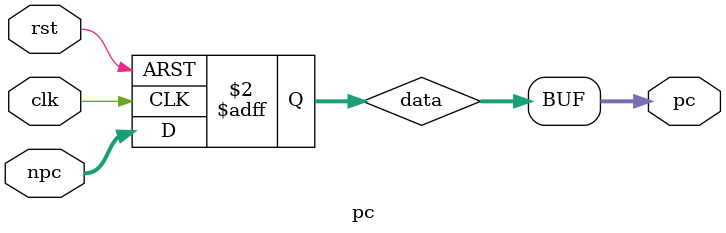
<source format=v>
module pc( clk, rst, npc, pc);
    input           clk,rst;        // clock reset
    input[31:2]     npc;            // next pc

    output[31:2]    pc;

    reg[31:2]       data;           // store pc (lase clock posedge)
    

    always @(posedge clk or posedge rst)
    begin
        if (rst)
        //  data <= 32'h0000_3000;  // real address -> 3000 -> 00 11_00 00_00 00_00 00_00 -> 0000_0000_0000_c000

        // real pc addr -> {0c00, 00} -> 00 00_11 00_00 00_00 00_00 -> 3000 --> to match with the Memory Configuratio of MARS
            data <= 32'h0000_0c00;      
        else
            data <= npc;
    end

    assign pc = data;


endmodule
</source>
